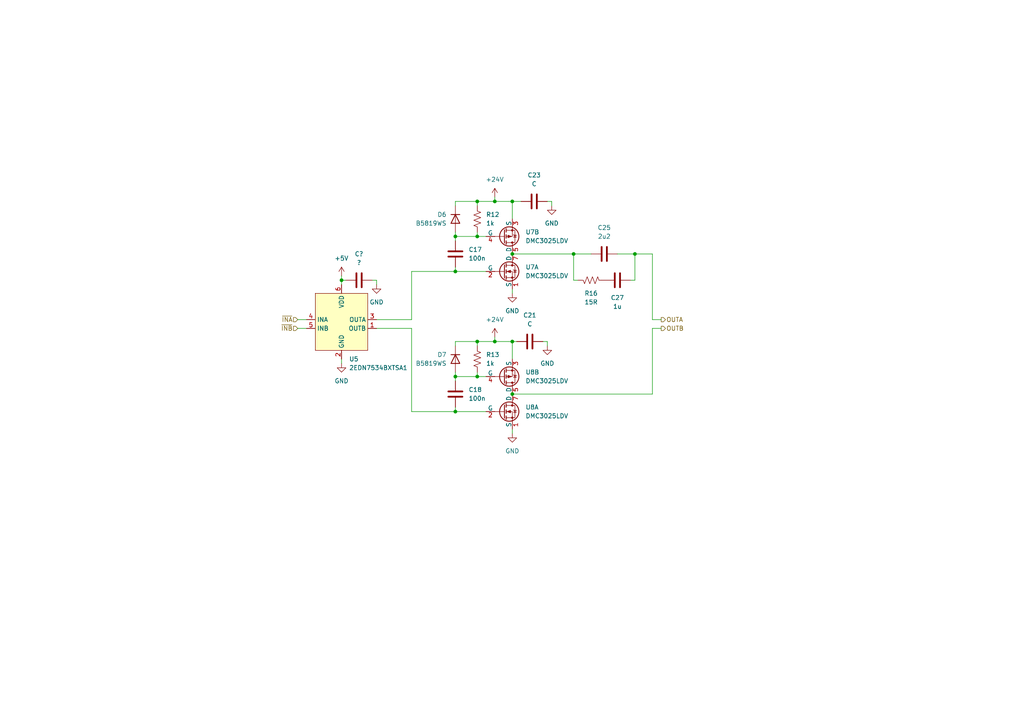
<source format=kicad_sch>
(kicad_sch (version 20230121) (generator eeschema)
  (paper "A4")
  (title_block (title "OpenCoil_Driver") (date "2023-09-16") (rev "0") (company "SJSIMMO LABS") (comment 1 "sjsimmo123@gmail.com") (comment 2 "Samuel Simmons") (comment 4 "Driver PCB for OpenCoil FPGA based tesla coil project"))
  (lib_symbols
    (symbol "Device:C" (pin_numbers hide) (pin_names (offset 0.254))
      (property "Reference" "C" (at 0.635 2.54 0))
      (property "Value" "C" (at 0.635 -2.54 0))
      (symbol "C_0_1"
        (polyline (pts (xy -2.032 -0.762) (xy 2.032 -0.762)) (stroke (width 0.508)))
        (polyline (pts (xy -2.032 0.762) (xy 2.032 0.762)) (stroke (width 0.508)))
      )
      (symbol "C_1_1"
        (pin passive line (at 0 3.81 270) (length 2.794) (name "~") (number "1"))
        (pin passive line (at 0 -3.81 90) (length 2.794) (name "~") (number "2"))
      )
    )
    (symbol "Device:D" (pin_numbers hide) (pin_names (offset 1.016) hide)
      (property "Reference" "D" (at 0 2.54 0))
      (property "Value" "D" (at 0 -2.54 0))
      (symbol "D_0_1"
        (polyline (pts (xy -1.27 1.27) (xy -1.27 -1.27)) (stroke (width 0.254)))
        (polyline (pts (xy 1.27 0) (xy -1.27 0)))
        (polyline (pts (xy 1.27 1.27) (xy 1.27 -1.27) (xy -1.27 0) (xy 1.27 1.27)) (stroke (width 0.254)))
      )
      (symbol "D_1_1"
        (pin passive line (at -3.81 0 0) (length 2.54) (name "K") (number "1"))
        (pin passive line (at 3.81 0 180) (length 2.54) (name "A") (number "2"))
      )
    )
    (symbol "Device:R_US" (pin_numbers hide) (pin_names (offset 0))
      (property "Reference" "R" (at 2.54 0 90))
      (property "Value" "R_US" (at -2.54 0 90))
      (symbol "R_US_0_1"
        (polyline (pts (xy 0 -2.286) (xy 0 -2.54)))
        (polyline (pts (xy 0 2.286) (xy 0 2.54)))
        (polyline (pts (xy 0 -0.762) (xy 1.016 -1.143) (xy 0 -1.524) (xy -1.016 -1.905) (xy 0 -2.286)))
        (polyline (pts (xy 0 0.762) (xy 1.016 0.381) (xy 0 0) (xy -1.016 -0.381) (xy 0 -0.762)))
        (polyline (pts (xy 0 2.286) (xy 1.016 1.905) (xy 0 1.524) (xy -1.016 1.143) (xy 0 0.762)))
      )
      (symbol "R_US_1_1"
        (pin passive line (at 0 3.81 270) (length 1.27) (name "~") (number "1"))
        (pin passive line (at 0 -3.81 90) (length 1.27) (name "~") (number "2"))
      )
    )
    (symbol "KiCadLibrary:2EDN7534BXTSA1"
      (property "Reference" "U" (at 1.27 12.7 0))
      (property "Value" "2EDN7534BXTSA1" (at 1.27 10.16 0))
      (symbol "2EDN7534BXTSA1_1_1"
        (rectangle (start -7.62 8.89) (end 7.62 -7.62) (fill (type background)))
        (pin passive line (at 10.16 -1.27 180) (length 2.54) (name "OUTB") (number "1"))
        (pin passive line (at 0 -10.16 90) (length 2.54) (name "GND") (number "2"))
        (pin passive line (at 10.16 1.27 180) (length 2.54) (name "OUTA") (number "3"))
        (pin passive line (at -10.16 1.27 0) (length 2.54) (name "INA") (number "4"))
        (pin passive line (at -10.16 -1.27 0) (length 2.54) (name "INB") (number "5"))
        (pin passive line (at 0 11.43 270) (length 2.54) (name "VDD") (number "6"))
      )
    )
    (symbol "KiCadLibrary:DMC3025LDV" (pin_names (offset 0))
      (property "Reference" "U" (at 6.35 1.27 0))
      (property "Value" "DMC3025LDV" (at 6.35 -1.27 0))
      (symbol "DMC3025LDV_1_1"
        (polyline (pts (xy 0.254 0) (xy -2.54 0)))
        (polyline (pts (xy 0.254 1.905) (xy 0.254 -1.905)) (stroke (width 0.254)))
        (polyline (pts (xy 0.762 -1.27) (xy 0.762 -2.286)) (stroke (width 0.254)))
        (polyline (pts (xy 0.762 0.508) (xy 0.762 -0.508)) (stroke (width 0.254)))
        (polyline (pts (xy 0.762 2.286) (xy 0.762 1.27)) (stroke (width 0.254)))
        (polyline (pts (xy 2.54 2.54) (xy 2.54 1.778)))
        (polyline (pts (xy 2.54 -2.54) (xy 2.54 0) (xy 0.762 0)))
        (polyline (pts (xy 0.762 -1.778) (xy 3.302 -1.778) (xy 3.302 1.778) (xy 0.762 1.778)))
        (polyline (pts (xy 1.016 0) (xy 2.032 0.381) (xy 2.032 -0.381) (xy 1.016 0)) (fill (type outline)))
        (polyline (pts (xy 2.794 0.508) (xy 2.921 0.381) (xy 3.683 0.381) (xy 3.81 0.254)))
        (polyline (pts (xy 3.302 0.381) (xy 2.921 -0.254) (xy 3.683 -0.254) (xy 3.302 0.381)))
        (circle (center 1.651 0) (radius 2.794) (stroke (width 0.254)))
        (circle (center 2.54 -1.778) (radius 0.254) (fill (type outline)))
        (circle (center 2.54 1.778) (radius 0.254) (fill (type outline)))
        (pin passive line (at 2.54 -5.08 90) (length 2.54) (name "S") (number "1"))
        (pin input line (at -5.08 0 0) (length 2.54) (name "G") (number "2"))
        (pin passive line (at 2.54 5.08 270) (length 2.54) (name "D") (number "7"))
      )
      (symbol "DMC3025LDV_2_1"
        (polyline (pts (xy 0.254 0) (xy -2.54 0)))
        (polyline (pts (xy 0.254 1.905) (xy 0.254 -1.905)) (stroke (width 0.254)) (fill (type color)))
        (polyline (pts (xy 0.762 -1.27) (xy 0.762 -2.286)) (stroke (width 0.254)))
        (polyline (pts (xy 0.762 0.508) (xy 0.762 -0.508)) (stroke (width 0.254)))
        (polyline (pts (xy 0.762 2.286) (xy 0.762 1.27)) (stroke (width 0.254)))
        (polyline (pts (xy 2.54 2.54) (xy 2.54 1.778)))
        (polyline (pts (xy 2.54 -2.54) (xy 2.54 0) (xy 0.762 0)))
        (polyline (pts (xy 0.762 1.778) (xy 3.302 1.778) (xy 3.302 -1.778) (xy 0.762 -1.778)))
        (polyline (pts (xy 2.286 0) (xy 1.27 0.381) (xy 1.27 -0.381) (xy 2.286 0)) (fill (type outline)))
        (polyline (pts (xy 2.794 -0.508) (xy 2.921 -0.381) (xy 3.683 -0.381) (xy 3.81 -0.254)) (fill (type outline)))
        (polyline (pts (xy 3.302 -0.381) (xy 2.921 0.254) (xy 3.683 0.254) (xy 3.302 -0.381)))
        (circle (center 1.651 0) (radius 2.794) (stroke (width 0.254)))
        (circle (center 2.54 -1.778) (radius 0.254) (fill (type outline)))
        (circle (center 2.54 1.778) (radius 0.254) (fill (type outline)))
        (pin passive line (at 2.54 -5.08 90) (length 2.54) (name "S") (number "3"))
        (pin input line (at -5.08 0 0) (length 2.54) (name "G") (number "4"))
        (pin passive line (at 2.54 5.08 270) (length 2.54) (name "D") (number "5"))
      )
    )
    (symbol "power:+24V" (power) (pin_names (offset 0))
      (property "Value" "+24V" (at 0 3.556 0))
      (symbol "+24V_0_1"
        (polyline (pts (xy -0.762 1.27) (xy 0 2.54)))
        (polyline (pts (xy 0 0) (xy 0 2.54)))
        (polyline (pts (xy 0 2.54) (xy 0.762 1.27)))
      )
      (symbol "+24V_1_1"
        (pin power_in line (at 0 0 90) (length 0) hide (name "+24V") (number "1"))
      )
    )
    (symbol "power:+5V" (power) (pin_names (offset 0))
      (property "Value" "+5V" (at 0 3.556 0))
      (symbol "+5V_0_1"
        (polyline (pts (xy -0.762 1.27) (xy 0 2.54)))
        (polyline (pts (xy 0 0) (xy 0 2.54)))
        (polyline (pts (xy 0 2.54) (xy 0.762 1.27)))
      )
      (symbol "+5V_1_1"
        (pin power_in line (at 0 0 90) (length 0) hide (name "+5V") (number "1"))
      )
    )
    (symbol "power:GND" (power) (pin_names (offset 0))
      (property "Value" "GND" (at 0 -3.81 0))
      (symbol "GND_0_1"
        (polyline (pts (xy 0 0) (xy 0 -1.27) (xy 1.27 -1.27) (xy 0 -2.54) (xy -1.27 -1.27) (xy 0 -1.27)))
      )
      (symbol "GND_1_1"
        (pin power_in line (at 0 0 270) (length 0) hide (name "GND") (number "1"))
      )
    )
  )
  (junction (at 143.51 99.06))
  (junction (at 148.59 99.06))
  (junction (at 148.59 58.42))
  (junction (at 132.08 78.74))
  (junction (at 132.08 119.38))
  (junction (at 166.37 73.66))
  (junction (at 148.59 73.66))
  (junction (at 138.43 99.06))
  (junction (at 184.15 73.66))
  (junction (at 132.08 68.58))
  (junction (at 148.59 114.3))
  (junction (at 138.43 109.22))
  (junction (at 138.43 68.58))
  (junction (at 99.06 81.28))
  (junction (at 143.51 58.42))
  (junction (at 138.43 58.42))
  (junction (at 132.08 109.22))
  (wire (pts (xy 140.97 109.22) (xy 138.43 109.22)))
  (wire (pts (xy 167.64 81.28) (xy 166.37 81.28)))
  (wire (pts (xy 189.23 73.66) (xy 189.23 92.71)))
  (wire (pts (xy 182.88 81.28) (xy 184.15 81.28)))
  (wire (pts (xy 189.23 73.66) (xy 184.15 73.66)))
  (wire (pts (xy 184.15 81.28) (xy 184.15 73.66)))
  (wire (pts (xy 189.23 92.71) (xy 191.77 92.71)))
  (wire (pts (xy 132.08 59.69) (xy 132.08 58.42)))
  (wire (pts (xy 184.15 73.66) (xy 179.07 73.66)))
  (wire (pts (xy 143.51 97.79) (xy 143.51 99.06)))
  (wire (pts (xy 160.02 59.69) (xy 160.02 58.42)))
  (wire (pts (xy 138.43 67.31) (xy 138.43 68.58)))
  (wire (pts (xy 119.38 95.25) (xy 119.38 119.38)))
  (wire (pts (xy 148.59 73.66) (xy 166.37 73.66)))
  (wire (pts (xy 99.06 80.01) (xy 99.06 81.28)))
  (wire (pts (xy 99.06 104.14) (xy 99.06 105.41)))
  (wire (pts (xy 119.38 78.74) (xy 132.08 78.74)))
  (wire (pts (xy 132.08 68.58) (xy 132.08 69.85)))
  (wire (pts (xy 148.59 124.46) (xy 148.59 125.73)))
  (wire (pts (xy 138.43 107.95) (xy 138.43 109.22)))
  (wire (pts (xy 166.37 73.66) (xy 166.37 81.28)))
  (wire (pts (xy 140.97 68.58) (xy 138.43 68.58)))
  (wire (pts (xy 143.51 99.06) (xy 148.59 99.06)))
  (wire (pts (xy 158.75 100.33) (xy 158.75 99.06)))
  (wire (pts (xy 132.08 109.22) (xy 132.08 110.49)))
  (wire (pts (xy 99.06 81.28) (xy 99.06 82.55)))
  (wire (pts (xy 166.37 73.66) (xy 171.45 73.66)))
  (wire (pts (xy 148.59 99.06) (xy 149.86 99.06)))
  (wire (pts (xy 86.36 92.71) (xy 88.9 92.71)))
  (wire (pts (xy 132.08 58.42) (xy 138.43 58.42)))
  (wire (pts (xy 132.08 99.06) (xy 138.43 99.06)))
  (wire (pts (xy 140.97 78.74) (xy 132.08 78.74)))
  (wire (pts (xy 132.08 118.11) (xy 132.08 119.38)))
  (wire (pts (xy 119.38 92.71) (xy 119.38 78.74)))
  (wire (pts (xy 140.97 119.38) (xy 132.08 119.38)))
  (wire (pts (xy 109.22 95.25) (xy 119.38 95.25)))
  (wire (pts (xy 109.22 92.71) (xy 119.38 92.71)))
  (wire (pts (xy 132.08 100.33) (xy 132.08 99.06)))
  (wire (pts (xy 109.22 81.28) (xy 107.95 81.28)))
  (wire (pts (xy 189.23 95.25) (xy 191.77 95.25)))
  (wire (pts (xy 148.59 58.42) (xy 151.13 58.42)))
  (wire (pts (xy 119.38 119.38) (xy 132.08 119.38)))
  (wire (pts (xy 132.08 67.31) (xy 132.08 68.58)))
  (wire (pts (xy 109.22 82.55) (xy 109.22 81.28)))
  (wire (pts (xy 138.43 58.42) (xy 138.43 59.69)))
  (wire (pts (xy 138.43 109.22) (xy 132.08 109.22)))
  (wire (pts (xy 158.75 99.06) (xy 157.48 99.06)))
  (wire (pts (xy 148.59 99.06) (xy 148.59 104.14)))
  (wire (pts (xy 148.59 114.3) (xy 189.23 114.3)))
  (wire (pts (xy 189.23 114.3) (xy 189.23 95.25)))
  (wire (pts (xy 132.08 77.47) (xy 132.08 78.74)))
  (wire (pts (xy 138.43 99.06) (xy 138.43 100.33)))
  (wire (pts (xy 86.36 95.25) (xy 88.9 95.25)))
  (wire (pts (xy 143.51 58.42) (xy 148.59 58.42)))
  (wire (pts (xy 138.43 99.06) (xy 143.51 99.06)))
  (wire (pts (xy 99.06 81.28) (xy 100.33 81.28)))
  (wire (pts (xy 143.51 57.15) (xy 143.51 58.42)))
  (wire (pts (xy 138.43 58.42) (xy 143.51 58.42)))
  (wire (pts (xy 138.43 68.58) (xy 132.08 68.58)))
  (wire (pts (xy 160.02 58.42) (xy 158.75 58.42)))
  (wire (pts (xy 148.59 83.82) (xy 148.59 85.09)))
  (wire (pts (xy 148.59 58.42) (xy 148.59 63.5)))
  (wire (pts (xy 132.08 107.95) (xy 132.08 109.22)))
  (hierarchical_label "~{INB}" (shape input) (at 86.36 95.25 180))
  (hierarchical_label "OUTA" (shape output) (at 191.77 92.71 0))
  (hierarchical_label "OUTB" (shape output) (at 191.77 95.25 0))
  (hierarchical_label "~{INA}" (shape input) (at 86.36 92.71 180))
  (symbol (lib_id "power:GND") (at 148.59 85.09 0) (unit 1)
    (property "Reference" "#PWR03" (effects hide))
    (property "Value" "GND" (at 148.59 90.17 0))
    (instances (project "OpenCoil_Driver" (path "" (reference "#PWR03") (unit 1))) (project "OpenCoil_Driver" (path "" (reference "#PWR045") (unit 1)) (path "" (reference "#PWR029") (unit 1)) (path "" (reference "#PWR038") (unit 1))))
  )
  (symbol (lib_id "Device:R_US") (at 138.43 63.5 0) (unit 1)
    (property "Reference" "R12" (at 140.97 62.23 0) (effects (justify left)))
    (property "Value" "1k" (at 140.97 64.77 0) (effects (justify left)))
    (instances (project "OpenCoil_Driver" (path "" (reference "R12") (unit 1)) (path "" (reference "R11") (unit 1)) (path "" (reference "R14") (unit 1))))
  )
  (symbol (lib_id "power:+5V") (at 99.06 80.01 0) (unit 1)
    (property "Reference" "#PWR035" (effects hide))
    (property "Value" "+5V" (at 99.06 74.93 0))
    (instances (project "OpenCoil_Driver" (path "" (reference "#PWR035") (unit 1)) (path "" (reference "#PWR024") (unit 1)) (path "" (reference "#PWR033") (unit 1))))
  )
  (symbol (lib_id "power:GND") (at 160.02 59.69 0) (unit 1)
    (property "Reference" "#PWR03" (effects hide))
    (property "Value" "GND" (at 160.02 64.77 0))
    (instances (project "OpenCoil_Driver" (path "" (reference "#PWR03") (unit 1))) (project "OpenCoil_Driver" (path "" (reference "#PWR051") (unit 1)) (path "" (reference "#PWR032") (unit 1)) (path "" (reference "#PWR041") (unit 1))))
  )
  (symbol (lib_id "KiCadLibrary:DMC3025LDV") (at 146.05 109.22 0) (mirror x) (unit 2)
    (property "Reference" "U8" (at 152.4 107.95 0) (effects (justify left)))
    (property "Value" "DMC3025LDV" (at 152.4 110.49 0) (effects (justify left)))
    (property "Footprint" "Package_SON:Diodes_PowerDI3333-8_UXC_3.3x3.3mm_P0.65mm" (effects hide))
    (instances (project "OpenCoil_Driver" (path "" (reference "U8") (unit 2)) (path "" (reference "U7") (unit 2)) (path "" (reference "U10") (unit 2))))
  )
  (symbol (lib_id "Device:D") (at 132.08 104.14 90) (mirror x) (unit 1)
    (property "Reference" "D7" (at 129.54 102.87 90) (effects (justify left)))
    (property "Value" "B5819WS" (at 129.54 105.41 90) (effects (justify left)))
    (property "Sim.Device" "D" (effects hide))
    (property "Sim.Pins" "1=K 2=A" (effects hide))
    (instances (project "OpenCoil_Driver" (path "" (reference "D7") (unit 1)) (path "" (reference "D6") (unit 1)) (path "" (reference "D8") (unit 1))))
  )
  (symbol (lib_id "power:GND") (at 109.22 82.55 0) (unit 1)
    (property "Reference" "#PWR03" (effects hide))
    (property "Value" "GND" (at 109.22 87.63 0))
    (instances (project "OpenCoil_Driver" (path "" (reference "#PWR03") (unit 1))) (project "OpenCoil_Driver" (path "" (reference "#PWR039") (unit 1)) (path "" (reference "#PWR026") (unit 1)) (path "" (reference "#PWR035") (unit 1))))
  )
  (symbol (lib_id "Device:C") (at 175.26 73.66 270) (unit 1)
    (property "Reference" "C25" (at 175.26 66.04 90))
    (property "Value" "2u2" (at 175.26 68.58 90))
    (instances (project "OpenCoil_Driver" (path "" (reference "C25") (unit 1)) (path "" (reference "C16") (unit 1)) (path "" (reference "C23") (unit 1))))
  )
  (symbol (lib_id "Device:C") (at 132.08 73.66 0) (unit 1)
    (property "Reference" "C17" (at 135.89 72.39 0) (effects (justify left)))
    (property "Value" "100n" (at 135.89 74.93 0) (effects (justify left)))
    (instances (project "OpenCoil_Driver" (path "" (reference "C17") (unit 1)) (path "" (reference "C12") (unit 1)) (path "" (reference "C19") (unit 1))))
  )
  (symbol (lib_id "KiCadLibrary:DMC3025LDV") (at 146.05 78.74 0) (unit 1)
    (property "Reference" "U7" (at 152.4 77.47 0) (effects (justify left)))
    (property "Value" "DMC3025LDV" (at 152.4 80.01 0) (effects (justify left)))
    (property "Footprint" "Package_SON:Diodes_PowerDI3333-8_UXC_3.3x3.3mm_P0.65mm" (effects hide))
    (instances (project "OpenCoil_Driver" (path "" (reference "U7") (unit 1)) (path "" (reference "U6") (unit 1)) (path "" (reference "U9") (unit 1))))
  )
  (symbol (lib_id "power:+24V") (at 143.51 57.15 0) (unit 1)
    (property "Reference" "#PWR041" (effects hide))
    (property "Value" "+24V" (at 143.51 52.07 0))
    (instances (project "OpenCoil_Driver" (path "" (reference "#PWR041") (unit 1)) (path "" (reference "#PWR027") (unit 1)) (path "" (reference "#PWR036") (unit 1))))
  )
  (symbol (lib_id "Device:C") (at 153.67 99.06 270) (unit 1)
    (property "Reference" "C21" (at 153.67 91.44 90))
    (property "Value" "C" (at 153.67 93.98 90))
    (instances (project "OpenCoil_Driver" (path "" (reference "C21") (unit 1)) (path "" (reference "C14") (unit 1)) (path "" (reference "C21") (unit 1))))
  )
  (symbol (lib_id "power:GND") (at 148.59 125.73 0) (unit 1)
    (property "Reference" "#PWR03" (effects hide))
    (property "Value" "GND" (at 148.59 130.81 0))
    (instances (project "OpenCoil_Driver" (path "" (reference "#PWR03") (unit 1))) (project "OpenCoil_Driver" (path "" (reference "#PWR046") (unit 1)) (path "" (reference "#PWR030") (unit 1)) (path "" (reference "#PWR039") (unit 1))))
  )
  (symbol (lib_id "power:GND") (at 99.06 105.41 0) (unit 1)
    (property "Reference" "#PWR03" (effects hide))
    (property "Value" "GND" (at 99.06 110.49 0))
    (instances (project "OpenCoil_Driver" (path "" (reference "#PWR03") (unit 1))) (project "OpenCoil_Driver" (path "" (reference "#PWR036") (unit 1)) (path "" (reference "#PWR025") (unit 1)) (path "" (reference "#PWR034") (unit 1))))
  )
  (symbol (lib_id "power:GND") (at 158.75 100.33 0) (unit 1)
    (property "Reference" "#PWR03" (effects hide))
    (property "Value" "GND" (at 158.75 105.41 0))
    (instances (project "OpenCoil_Driver" (path "" (reference "#PWR03") (unit 1))) (project "OpenCoil_Driver" (path "" (reference "#PWR049") (unit 1)) (path "" (reference "#PWR031") (unit 1)) (path "" (reference "#PWR040") (unit 1))))
  )
  (symbol (lib_id "Device:D") (at 132.08 63.5 90) (mirror x) (unit 1)
    (property "Reference" "D6" (at 129.54 62.23 90) (effects (justify left)))
    (property "Value" "B5819WS" (at 129.54 64.77 90) (effects (justify left)))
    (property "Sim.Device" "D" (effects hide))
    (property "Sim.Pins" "1=K 2=A" (effects hide))
    (instances (project "OpenCoil_Driver" (path "" (reference "D6") (unit 1)) (path "" (reference "D5") (unit 1)) (path "" (reference "D7") (unit 1))))
  )
  (symbol (lib_id "Device:C") (at 154.94 58.42 270) (unit 1)
    (property "Reference" "C23" (at 154.94 50.8 90))
    (property "Value" "C" (at 154.94 53.34 90))
    (instances (project "OpenCoil_Driver" (path "" (reference "C23") (unit 1)) (path "" (reference "C15") (unit 1)) (path "" (reference "C22") (unit 1))))
  )
  (symbol (lib_id "KiCadLibrary:DMC3025LDV") (at 146.05 119.38 0) (unit 1)
    (property "Reference" "U8" (at 152.4 118.11 0) (effects (justify left)))
    (property "Value" "DMC3025LDV" (at 152.4 120.65 0) (effects (justify left)))
    (property "Footprint" "Package_SON:Diodes_PowerDI3333-8_UXC_3.3x3.3mm_P0.65mm" (effects hide))
    (instances (project "OpenCoil_Driver" (path "" (reference "U8") (unit 1)) (path "" (reference "U7") (unit 1)) (path "" (reference "U10") (unit 1))))
  )
  (symbol (lib_id "Device:C") (at 104.14 81.28 270) (unit 1)
    (property "Reference" "C?" (at 104.14 73.66 90))
    (property "Value" "?" (at 104.14 76.2 90))
    (instances (project "OpenCoil_Driver" (path "" (reference "C?") (unit 1))) (project "OpenCoil_Driver" (path "" (reference "C15") (unit 1)) (path "" (reference "C11") (unit 1)) (path "" (reference "C18") (unit 1))))
  )
  (symbol (lib_id "Device:R_US") (at 138.43 104.14 0) (unit 1)
    (property "Reference" "R13" (at 140.97 102.87 0) (effects (justify left)))
    (property "Value" "1k" (at 140.97 105.41 0) (effects (justify left)))
    (instances (project "OpenCoil_Driver" (path "" (reference "R13") (unit 1)) (path "" (reference "R12") (unit 1)) (path "" (reference "R15") (unit 1))))
  )
  (symbol (lib_id "power:+24V") (at 143.51 97.79 0) (unit 1)
    (property "Reference" "#PWR042" (effects hide))
    (property "Value" "+24V" (at 143.51 92.71 0))
    (instances (project "OpenCoil_Driver" (path "" (reference "#PWR042") (unit 1)) (path "" (reference "#PWR028") (unit 1)) (path "" (reference "#PWR037") (unit 1))))
  )
  (symbol (lib_id "Device:C") (at 179.07 81.28 270) (unit 1)
    (property "Reference" "C27" (at 179.07 86.36 90))
    (property "Value" "1u" (at 179.07 88.9 90))
    (instances (project "OpenCoil_Driver" (path "" (reference "C27") (unit 1)) (path "" (reference "C17") (unit 1)) (path "" (reference "C24") (unit 1))))
  )
  (symbol (lib_id "Device:R_US") (at 171.45 81.28 90) (mirror x) (unit 1)
    (property "Reference" "R16" (at 171.45 85.09 90))
    (property "Value" "15R" (at 171.45 87.63 90))
    (instances (project "OpenCoil_Driver" (path "" (reference "R16") (unit 1)) (path "" (reference "R13") (unit 1)) (path "" (reference "R16") (unit 1))))
  )
  (symbol (lib_id "KiCadLibrary:DMC3025LDV") (at 146.05 68.58 0) (mirror x) (unit 2)
    (property "Reference" "U7" (at 152.4 67.31 0) (effects (justify left)))
    (property "Value" "DMC3025LDV" (at 152.4 69.85 0) (effects (justify left)))
    (property "Footprint" "Package_SON:Diodes_PowerDI3333-8_UXC_3.3x3.3mm_P0.65mm" (effects hide))
    (instances (project "OpenCoil_Driver" (path "" (reference "U7") (unit 2)) (path "" (reference "U6") (unit 2)) (path "" (reference "U9") (unit 2))))
  )
  (symbol (lib_id "KiCadLibrary:2EDN7534BXTSA1") (at 99.06 93.98 0) (unit 1)
    (property "Reference" "U5" (at 101.2541 104.14 0) (effects (justify left)))
    (property "Value" "2EDN7534BXTSA1" (at 101.2541 106.68 0) (effects (justify left)))
    (property "Footprint" "Package_TO_SOT_SMD:SOT-23-6" (effects hide))
    (instances (project "OpenCoil_Driver" (path "" (reference "U5") (unit 1)) (path "" (reference "U5") (unit 1)) (path "" (reference "U8") (unit 1))))
  )
  (symbol (lib_id "Device:C") (at 132.08 114.3 0) (unit 1)
    (property "Reference" "C18" (at 135.89 113.03 0) (effects (justify left)))
    (property "Value" "100n" (at 135.89 115.57 0) (effects (justify left)))
    (instances (project "OpenCoil_Driver" (path "" (reference "C18") (unit 1)) (path "" (reference "C13") (unit 1)) (path "" (reference "C20") (unit 1))))
  )
)
</source>
